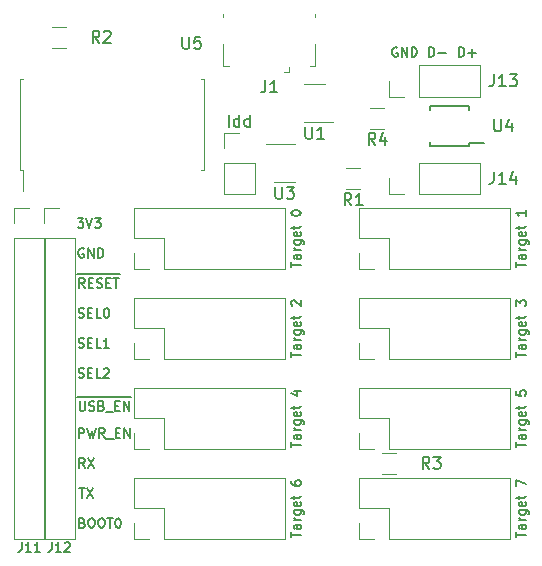
<source format=gbr>
G04 #@! TF.GenerationSoftware,KiCad,Pcbnew,5.1.5*
G04 #@! TF.CreationDate,2020-05-18T04:02:55+03:00*
G04 #@! TF.ProjectId,usb-tester,7573622d-7465-4737-9465-722e6b696361,rev?*
G04 #@! TF.SameCoordinates,Original*
G04 #@! TF.FileFunction,Legend,Top*
G04 #@! TF.FilePolarity,Positive*
%FSLAX46Y46*%
G04 Gerber Fmt 4.6, Leading zero omitted, Abs format (unit mm)*
G04 Created by KiCad (PCBNEW 5.1.5) date 2020-05-18 04:02:55*
%MOMM*%
%LPD*%
G04 APERTURE LIST*
%ADD10C,0.150000*%
%ADD11C,0.120000*%
G04 APERTURE END LIST*
D10*
X127819238Y-62083904D02*
X127819238Y-61283904D01*
X128009714Y-61283904D01*
X128124000Y-61322000D01*
X128200190Y-61398190D01*
X128238285Y-61474380D01*
X128276380Y-61626761D01*
X128276380Y-61741047D01*
X128238285Y-61893428D01*
X128200190Y-61969619D01*
X128124000Y-62045809D01*
X128009714Y-62083904D01*
X127819238Y-62083904D01*
X128619238Y-61779142D02*
X129228761Y-61779142D01*
X128924000Y-62083904D02*
X128924000Y-61474380D01*
X125279238Y-62083904D02*
X125279238Y-61283904D01*
X125469714Y-61283904D01*
X125584000Y-61322000D01*
X125660190Y-61398190D01*
X125698285Y-61474380D01*
X125736380Y-61626761D01*
X125736380Y-61741047D01*
X125698285Y-61893428D01*
X125660190Y-61969619D01*
X125584000Y-62045809D01*
X125469714Y-62083904D01*
X125279238Y-62083904D01*
X126079238Y-61779142D02*
X126688761Y-61779142D01*
X122580476Y-61322000D02*
X122504285Y-61283904D01*
X122390000Y-61283904D01*
X122275714Y-61322000D01*
X122199523Y-61398190D01*
X122161428Y-61474380D01*
X122123333Y-61626761D01*
X122123333Y-61741047D01*
X122161428Y-61893428D01*
X122199523Y-61969619D01*
X122275714Y-62045809D01*
X122390000Y-62083904D01*
X122466190Y-62083904D01*
X122580476Y-62045809D01*
X122618571Y-62007714D01*
X122618571Y-61741047D01*
X122466190Y-61741047D01*
X122961428Y-62083904D02*
X122961428Y-61283904D01*
X123418571Y-62083904D01*
X123418571Y-61283904D01*
X123799523Y-62083904D02*
X123799523Y-61283904D01*
X123990000Y-61283904D01*
X124104285Y-61322000D01*
X124180476Y-61398190D01*
X124218571Y-61474380D01*
X124256666Y-61626761D01*
X124256666Y-61741047D01*
X124218571Y-61893428D01*
X124180476Y-61969619D01*
X124104285Y-62045809D01*
X123990000Y-62083904D01*
X123799523Y-62083904D01*
X95942333Y-101542857D02*
X96056619Y-101580952D01*
X96094714Y-101619047D01*
X96132809Y-101695238D01*
X96132809Y-101809523D01*
X96094714Y-101885714D01*
X96056619Y-101923809D01*
X95980428Y-101961904D01*
X95675666Y-101961904D01*
X95675666Y-101161904D01*
X95942333Y-101161904D01*
X96018523Y-101200000D01*
X96056619Y-101238095D01*
X96094714Y-101314285D01*
X96094714Y-101390476D01*
X96056619Y-101466666D01*
X96018523Y-101504761D01*
X95942333Y-101542857D01*
X95675666Y-101542857D01*
X96628047Y-101161904D02*
X96780428Y-101161904D01*
X96856619Y-101200000D01*
X96932809Y-101276190D01*
X96970904Y-101428571D01*
X96970904Y-101695238D01*
X96932809Y-101847619D01*
X96856619Y-101923809D01*
X96780428Y-101961904D01*
X96628047Y-101961904D01*
X96551857Y-101923809D01*
X96475666Y-101847619D01*
X96437571Y-101695238D01*
X96437571Y-101428571D01*
X96475666Y-101276190D01*
X96551857Y-101200000D01*
X96628047Y-101161904D01*
X97466142Y-101161904D02*
X97618523Y-101161904D01*
X97694714Y-101200000D01*
X97770904Y-101276190D01*
X97809000Y-101428571D01*
X97809000Y-101695238D01*
X97770904Y-101847619D01*
X97694714Y-101923809D01*
X97618523Y-101961904D01*
X97466142Y-101961904D01*
X97389952Y-101923809D01*
X97313761Y-101847619D01*
X97275666Y-101695238D01*
X97275666Y-101428571D01*
X97313761Y-101276190D01*
X97389952Y-101200000D01*
X97466142Y-101161904D01*
X98037571Y-101161904D02*
X98494714Y-101161904D01*
X98266142Y-101961904D02*
X98266142Y-101161904D01*
X98913761Y-101161904D02*
X98989952Y-101161904D01*
X99066142Y-101200000D01*
X99104238Y-101238095D01*
X99142333Y-101314285D01*
X99180428Y-101466666D01*
X99180428Y-101657142D01*
X99142333Y-101809523D01*
X99104238Y-101885714D01*
X99066142Y-101923809D01*
X98989952Y-101961904D01*
X98913761Y-101961904D01*
X98837571Y-101923809D01*
X98799476Y-101885714D01*
X98761380Y-101809523D01*
X98723285Y-101657142D01*
X98723285Y-101466666D01*
X98761380Y-101314285D01*
X98799476Y-101238095D01*
X98837571Y-101200000D01*
X98913761Y-101161904D01*
X95529523Y-75761904D02*
X96024761Y-75761904D01*
X95758095Y-76066666D01*
X95872380Y-76066666D01*
X95948571Y-76104761D01*
X95986666Y-76142857D01*
X96024761Y-76219047D01*
X96024761Y-76409523D01*
X95986666Y-76485714D01*
X95948571Y-76523809D01*
X95872380Y-76561904D01*
X95643809Y-76561904D01*
X95567619Y-76523809D01*
X95529523Y-76485714D01*
X96253333Y-75761904D02*
X96520000Y-76561904D01*
X96786666Y-75761904D01*
X96977142Y-75761904D02*
X97472380Y-75761904D01*
X97205714Y-76066666D01*
X97320000Y-76066666D01*
X97396190Y-76104761D01*
X97434285Y-76142857D01*
X97472380Y-76219047D01*
X97472380Y-76409523D01*
X97434285Y-76485714D01*
X97396190Y-76523809D01*
X97320000Y-76561904D01*
X97091428Y-76561904D01*
X97015238Y-76523809D01*
X96977142Y-76485714D01*
X96037476Y-78340000D02*
X95961285Y-78301904D01*
X95847000Y-78301904D01*
X95732714Y-78340000D01*
X95656523Y-78416190D01*
X95618428Y-78492380D01*
X95580333Y-78644761D01*
X95580333Y-78759047D01*
X95618428Y-78911428D01*
X95656523Y-78987619D01*
X95732714Y-79063809D01*
X95847000Y-79101904D01*
X95923190Y-79101904D01*
X96037476Y-79063809D01*
X96075571Y-79025714D01*
X96075571Y-78759047D01*
X95923190Y-78759047D01*
X96418428Y-79101904D02*
X96418428Y-78301904D01*
X96875571Y-79101904D01*
X96875571Y-78301904D01*
X97256523Y-79101904D02*
X97256523Y-78301904D01*
X97447000Y-78301904D01*
X97561285Y-78340000D01*
X97637476Y-78416190D01*
X97675571Y-78492380D01*
X97713666Y-78644761D01*
X97713666Y-78759047D01*
X97675571Y-78911428D01*
X97637476Y-78987619D01*
X97561285Y-79063809D01*
X97447000Y-79101904D01*
X97256523Y-79101904D01*
X95472476Y-80509000D02*
X96272476Y-80509000D01*
X96120095Y-81641904D02*
X95853428Y-81260952D01*
X95662952Y-81641904D02*
X95662952Y-80841904D01*
X95967714Y-80841904D01*
X96043904Y-80880000D01*
X96082000Y-80918095D01*
X96120095Y-80994285D01*
X96120095Y-81108571D01*
X96082000Y-81184761D01*
X96043904Y-81222857D01*
X95967714Y-81260952D01*
X95662952Y-81260952D01*
X96272476Y-80509000D02*
X96996285Y-80509000D01*
X96462952Y-81222857D02*
X96729619Y-81222857D01*
X96843904Y-81641904D02*
X96462952Y-81641904D01*
X96462952Y-80841904D01*
X96843904Y-80841904D01*
X96996285Y-80509000D02*
X97758190Y-80509000D01*
X97148666Y-81603809D02*
X97262952Y-81641904D01*
X97453428Y-81641904D01*
X97529619Y-81603809D01*
X97567714Y-81565714D01*
X97605809Y-81489523D01*
X97605809Y-81413333D01*
X97567714Y-81337142D01*
X97529619Y-81299047D01*
X97453428Y-81260952D01*
X97301047Y-81222857D01*
X97224857Y-81184761D01*
X97186761Y-81146666D01*
X97148666Y-81070476D01*
X97148666Y-80994285D01*
X97186761Y-80918095D01*
X97224857Y-80880000D01*
X97301047Y-80841904D01*
X97491523Y-80841904D01*
X97605809Y-80880000D01*
X97758190Y-80509000D02*
X98482000Y-80509000D01*
X97948666Y-81222857D02*
X98215333Y-81222857D01*
X98329619Y-81641904D02*
X97948666Y-81641904D01*
X97948666Y-80841904D01*
X98329619Y-80841904D01*
X98482000Y-80509000D02*
X99091523Y-80509000D01*
X98558190Y-80841904D02*
X99015333Y-80841904D01*
X98786761Y-81641904D02*
X98786761Y-80841904D01*
X95605761Y-84143809D02*
X95720047Y-84181904D01*
X95910523Y-84181904D01*
X95986714Y-84143809D01*
X96024809Y-84105714D01*
X96062904Y-84029523D01*
X96062904Y-83953333D01*
X96024809Y-83877142D01*
X95986714Y-83839047D01*
X95910523Y-83800952D01*
X95758142Y-83762857D01*
X95681952Y-83724761D01*
X95643857Y-83686666D01*
X95605761Y-83610476D01*
X95605761Y-83534285D01*
X95643857Y-83458095D01*
X95681952Y-83420000D01*
X95758142Y-83381904D01*
X95948619Y-83381904D01*
X96062904Y-83420000D01*
X96405761Y-83762857D02*
X96672428Y-83762857D01*
X96786714Y-84181904D02*
X96405761Y-84181904D01*
X96405761Y-83381904D01*
X96786714Y-83381904D01*
X97510523Y-84181904D02*
X97129571Y-84181904D01*
X97129571Y-83381904D01*
X97929571Y-83381904D02*
X98005761Y-83381904D01*
X98081952Y-83420000D01*
X98120047Y-83458095D01*
X98158142Y-83534285D01*
X98196238Y-83686666D01*
X98196238Y-83877142D01*
X98158142Y-84029523D01*
X98120047Y-84105714D01*
X98081952Y-84143809D01*
X98005761Y-84181904D01*
X97929571Y-84181904D01*
X97853380Y-84143809D01*
X97815285Y-84105714D01*
X97777190Y-84029523D01*
X97739095Y-83877142D01*
X97739095Y-83686666D01*
X97777190Y-83534285D01*
X97815285Y-83458095D01*
X97853380Y-83420000D01*
X97929571Y-83381904D01*
X95605761Y-86683809D02*
X95720047Y-86721904D01*
X95910523Y-86721904D01*
X95986714Y-86683809D01*
X96024809Y-86645714D01*
X96062904Y-86569523D01*
X96062904Y-86493333D01*
X96024809Y-86417142D01*
X95986714Y-86379047D01*
X95910523Y-86340952D01*
X95758142Y-86302857D01*
X95681952Y-86264761D01*
X95643857Y-86226666D01*
X95605761Y-86150476D01*
X95605761Y-86074285D01*
X95643857Y-85998095D01*
X95681952Y-85960000D01*
X95758142Y-85921904D01*
X95948619Y-85921904D01*
X96062904Y-85960000D01*
X96405761Y-86302857D02*
X96672428Y-86302857D01*
X96786714Y-86721904D02*
X96405761Y-86721904D01*
X96405761Y-85921904D01*
X96786714Y-85921904D01*
X97510523Y-86721904D02*
X97129571Y-86721904D01*
X97129571Y-85921904D01*
X98196238Y-86721904D02*
X97739095Y-86721904D01*
X97967666Y-86721904D02*
X97967666Y-85921904D01*
X97891476Y-86036190D01*
X97815285Y-86112380D01*
X97739095Y-86150476D01*
X95605761Y-89223809D02*
X95720047Y-89261904D01*
X95910523Y-89261904D01*
X95986714Y-89223809D01*
X96024809Y-89185714D01*
X96062904Y-89109523D01*
X96062904Y-89033333D01*
X96024809Y-88957142D01*
X95986714Y-88919047D01*
X95910523Y-88880952D01*
X95758142Y-88842857D01*
X95681952Y-88804761D01*
X95643857Y-88766666D01*
X95605761Y-88690476D01*
X95605761Y-88614285D01*
X95643857Y-88538095D01*
X95681952Y-88500000D01*
X95758142Y-88461904D01*
X95948619Y-88461904D01*
X96062904Y-88500000D01*
X96405761Y-88842857D02*
X96672428Y-88842857D01*
X96786714Y-89261904D02*
X96405761Y-89261904D01*
X96405761Y-88461904D01*
X96786714Y-88461904D01*
X97510523Y-89261904D02*
X97129571Y-89261904D01*
X97129571Y-88461904D01*
X97739095Y-88538095D02*
X97777190Y-88500000D01*
X97853380Y-88461904D01*
X98043857Y-88461904D01*
X98120047Y-88500000D01*
X98158142Y-88538095D01*
X98196238Y-88614285D01*
X98196238Y-88690476D01*
X98158142Y-88804761D01*
X97701000Y-89261904D01*
X98196238Y-89261904D01*
X95504285Y-90923000D02*
X96342380Y-90923000D01*
X95694761Y-91255904D02*
X95694761Y-91903523D01*
X95732857Y-91979714D01*
X95770952Y-92017809D01*
X95847142Y-92055904D01*
X95999523Y-92055904D01*
X96075714Y-92017809D01*
X96113809Y-91979714D01*
X96151904Y-91903523D01*
X96151904Y-91255904D01*
X96342380Y-90923000D02*
X97104285Y-90923000D01*
X96494761Y-92017809D02*
X96609047Y-92055904D01*
X96799523Y-92055904D01*
X96875714Y-92017809D01*
X96913809Y-91979714D01*
X96951904Y-91903523D01*
X96951904Y-91827333D01*
X96913809Y-91751142D01*
X96875714Y-91713047D01*
X96799523Y-91674952D01*
X96647142Y-91636857D01*
X96570952Y-91598761D01*
X96532857Y-91560666D01*
X96494761Y-91484476D01*
X96494761Y-91408285D01*
X96532857Y-91332095D01*
X96570952Y-91294000D01*
X96647142Y-91255904D01*
X96837619Y-91255904D01*
X96951904Y-91294000D01*
X97104285Y-90923000D02*
X97904285Y-90923000D01*
X97561428Y-91636857D02*
X97675714Y-91674952D01*
X97713809Y-91713047D01*
X97751904Y-91789238D01*
X97751904Y-91903523D01*
X97713809Y-91979714D01*
X97675714Y-92017809D01*
X97599523Y-92055904D01*
X97294761Y-92055904D01*
X97294761Y-91255904D01*
X97561428Y-91255904D01*
X97637619Y-91294000D01*
X97675714Y-91332095D01*
X97713809Y-91408285D01*
X97713809Y-91484476D01*
X97675714Y-91560666D01*
X97637619Y-91598761D01*
X97561428Y-91636857D01*
X97294761Y-91636857D01*
X97904285Y-90923000D02*
X98513809Y-90923000D01*
X97904285Y-92132095D02*
X98513809Y-92132095D01*
X98513809Y-90923000D02*
X99237619Y-90923000D01*
X98704285Y-91636857D02*
X98970952Y-91636857D01*
X99085238Y-92055904D02*
X98704285Y-92055904D01*
X98704285Y-91255904D01*
X99085238Y-91255904D01*
X99237619Y-90923000D02*
X100075714Y-90923000D01*
X99428095Y-92055904D02*
X99428095Y-91255904D01*
X99885238Y-92055904D01*
X99885238Y-91255904D01*
X95656476Y-98621904D02*
X96113619Y-98621904D01*
X95885047Y-99421904D02*
X95885047Y-98621904D01*
X96304095Y-98621904D02*
X96837428Y-99421904D01*
X96837428Y-98621904D02*
X96304095Y-99421904D01*
X96132666Y-96881904D02*
X95866000Y-96500952D01*
X95675523Y-96881904D02*
X95675523Y-96081904D01*
X95980285Y-96081904D01*
X96056476Y-96120000D01*
X96094571Y-96158095D01*
X96132666Y-96234285D01*
X96132666Y-96348571D01*
X96094571Y-96424761D01*
X96056476Y-96462857D01*
X95980285Y-96500952D01*
X95675523Y-96500952D01*
X96399333Y-96081904D02*
X96932666Y-96881904D01*
X96932666Y-96081904D02*
X96399333Y-96881904D01*
X95637619Y-94341904D02*
X95637619Y-93541904D01*
X95942380Y-93541904D01*
X96018571Y-93580000D01*
X96056666Y-93618095D01*
X96094761Y-93694285D01*
X96094761Y-93808571D01*
X96056666Y-93884761D01*
X96018571Y-93922857D01*
X95942380Y-93960952D01*
X95637619Y-93960952D01*
X96361428Y-93541904D02*
X96551904Y-94341904D01*
X96704285Y-93770476D01*
X96856666Y-94341904D01*
X97047142Y-93541904D01*
X97809047Y-94341904D02*
X97542380Y-93960952D01*
X97351904Y-94341904D02*
X97351904Y-93541904D01*
X97656666Y-93541904D01*
X97732857Y-93580000D01*
X97770952Y-93618095D01*
X97809047Y-93694285D01*
X97809047Y-93808571D01*
X97770952Y-93884761D01*
X97732857Y-93922857D01*
X97656666Y-93960952D01*
X97351904Y-93960952D01*
X97961428Y-94418095D02*
X98570952Y-94418095D01*
X98761428Y-93922857D02*
X99028095Y-93922857D01*
X99142380Y-94341904D02*
X98761428Y-94341904D01*
X98761428Y-93541904D01*
X99142380Y-93541904D01*
X99485238Y-94341904D02*
X99485238Y-93541904D01*
X99942380Y-94341904D01*
X99942380Y-93541904D01*
D11*
X119320000Y-78740000D02*
X119320000Y-80070000D01*
X119320000Y-80070000D02*
X120650000Y-80070000D01*
X119320000Y-77470000D02*
X121920000Y-77470000D01*
X121920000Y-77470000D02*
X121920000Y-80070000D01*
X121920000Y-80070000D02*
X132140000Y-80070000D01*
X132140000Y-74870000D02*
X132140000Y-80070000D01*
X119320000Y-74870000D02*
X132140000Y-74870000D01*
X119320000Y-74870000D02*
X119320000Y-77470000D01*
X119320000Y-101600000D02*
X119320000Y-102930000D01*
X119320000Y-102930000D02*
X120650000Y-102930000D01*
X119320000Y-100330000D02*
X121920000Y-100330000D01*
X121920000Y-100330000D02*
X121920000Y-102930000D01*
X121920000Y-102930000D02*
X132140000Y-102930000D01*
X132140000Y-97730000D02*
X132140000Y-102930000D01*
X119320000Y-97730000D02*
X132140000Y-97730000D01*
X119320000Y-97730000D02*
X119320000Y-100330000D01*
X119320000Y-93980000D02*
X119320000Y-95310000D01*
X119320000Y-95310000D02*
X120650000Y-95310000D01*
X119320000Y-92710000D02*
X121920000Y-92710000D01*
X121920000Y-92710000D02*
X121920000Y-95310000D01*
X121920000Y-95310000D02*
X132140000Y-95310000D01*
X132140000Y-90110000D02*
X132140000Y-95310000D01*
X119320000Y-90110000D02*
X132140000Y-90110000D01*
X119320000Y-90110000D02*
X119320000Y-92710000D01*
X119320000Y-86360000D02*
X119320000Y-87690000D01*
X119320000Y-87690000D02*
X120650000Y-87690000D01*
X119320000Y-85090000D02*
X121920000Y-85090000D01*
X121920000Y-85090000D02*
X121920000Y-87690000D01*
X121920000Y-87690000D02*
X132140000Y-87690000D01*
X132140000Y-82490000D02*
X132140000Y-87690000D01*
X119320000Y-82490000D02*
X132140000Y-82490000D01*
X119320000Y-82490000D02*
X119320000Y-85090000D01*
X100270000Y-101600000D02*
X100270000Y-102930000D01*
X100270000Y-102930000D02*
X101600000Y-102930000D01*
X100270000Y-100330000D02*
X102870000Y-100330000D01*
X102870000Y-100330000D02*
X102870000Y-102930000D01*
X102870000Y-102930000D02*
X113090000Y-102930000D01*
X113090000Y-97730000D02*
X113090000Y-102930000D01*
X100270000Y-97730000D02*
X113090000Y-97730000D01*
X100270000Y-97730000D02*
X100270000Y-100330000D01*
X100270000Y-93980000D02*
X100270000Y-95310000D01*
X100270000Y-95310000D02*
X101600000Y-95310000D01*
X100270000Y-92710000D02*
X102870000Y-92710000D01*
X102870000Y-92710000D02*
X102870000Y-95310000D01*
X102870000Y-95310000D02*
X113090000Y-95310000D01*
X113090000Y-90110000D02*
X113090000Y-95310000D01*
X100270000Y-90110000D02*
X113090000Y-90110000D01*
X100270000Y-90110000D02*
X100270000Y-92710000D01*
X100270000Y-78740000D02*
X100270000Y-80070000D01*
X100270000Y-80070000D02*
X101600000Y-80070000D01*
X100270000Y-77470000D02*
X102870000Y-77470000D01*
X102870000Y-77470000D02*
X102870000Y-80070000D01*
X102870000Y-80070000D02*
X113090000Y-80070000D01*
X113090000Y-74870000D02*
X113090000Y-80070000D01*
X100270000Y-74870000D02*
X113090000Y-74870000D01*
X100270000Y-74870000D02*
X100270000Y-77470000D01*
X100270000Y-86360000D02*
X100270000Y-87690000D01*
X100270000Y-87690000D02*
X101600000Y-87690000D01*
X100270000Y-85090000D02*
X102870000Y-85090000D01*
X102870000Y-85090000D02*
X102870000Y-87690000D01*
X102870000Y-87690000D02*
X113090000Y-87690000D01*
X113090000Y-82490000D02*
X113090000Y-87690000D01*
X100270000Y-82490000D02*
X113090000Y-82490000D01*
X100270000Y-82490000D02*
X100270000Y-85090000D01*
X90880000Y-71678000D02*
X90880000Y-73493000D01*
X90615000Y-71678000D02*
X90880000Y-71678000D01*
X90615000Y-67818000D02*
X90615000Y-71678000D01*
X90615000Y-63958000D02*
X90880000Y-63958000D01*
X90615000Y-67818000D02*
X90615000Y-63958000D01*
X106235000Y-71678000D02*
X105970000Y-71678000D01*
X106235000Y-67818000D02*
X106235000Y-71678000D01*
X106235000Y-63958000D02*
X105970000Y-63958000D01*
X106235000Y-67818000D02*
X106235000Y-63958000D01*
X107890000Y-68520000D02*
X109220000Y-68520000D01*
X107890000Y-69850000D02*
X107890000Y-68520000D01*
X107890000Y-71120000D02*
X110550000Y-71120000D01*
X110550000Y-71120000D02*
X110550000Y-73720000D01*
X107890000Y-71120000D02*
X107890000Y-73720000D01*
X107890000Y-73720000D02*
X110550000Y-73720000D01*
D10*
X128675000Y-69395000D02*
X129900000Y-69395000D01*
X128675000Y-66270000D02*
X125325000Y-66270000D01*
X128675000Y-69620000D02*
X125325000Y-69620000D01*
X128675000Y-66270000D02*
X128675000Y-66570000D01*
X125325000Y-66270000D02*
X125325000Y-66570000D01*
X125325000Y-69620000D02*
X125325000Y-69320000D01*
X128675000Y-69620000D02*
X128675000Y-69395000D01*
D11*
X113930000Y-69510000D02*
X111480000Y-69510000D01*
X112130000Y-72730000D02*
X113930000Y-72730000D01*
X114670000Y-67650000D02*
X117120000Y-67650000D01*
X116470000Y-64430000D02*
X114670000Y-64430000D01*
X120301936Y-68220000D02*
X121506064Y-68220000D01*
X120301936Y-66400000D02*
X121506064Y-66400000D01*
X121317936Y-97430000D02*
X122522064Y-97430000D01*
X121317936Y-95610000D02*
X122522064Y-95610000D01*
X94582064Y-59542000D02*
X93377936Y-59542000D01*
X94582064Y-61362000D02*
X93377936Y-61362000D01*
X119474064Y-71480000D02*
X118269936Y-71480000D01*
X119474064Y-73300000D02*
X118269936Y-73300000D01*
X121860000Y-73720000D02*
X121860000Y-72390000D01*
X123190000Y-73720000D02*
X121860000Y-73720000D01*
X124460000Y-73720000D02*
X124460000Y-71060000D01*
X124460000Y-71060000D02*
X129600000Y-71060000D01*
X124460000Y-73720000D02*
X129600000Y-73720000D01*
X129600000Y-73720000D02*
X129600000Y-71060000D01*
X121860000Y-65465000D02*
X121860000Y-64135000D01*
X123190000Y-65465000D02*
X121860000Y-65465000D01*
X124460000Y-65465000D02*
X124460000Y-62805000D01*
X124460000Y-62805000D02*
X129600000Y-62805000D01*
X124460000Y-65465000D02*
X129600000Y-65465000D01*
X129600000Y-65465000D02*
X129600000Y-62805000D01*
X92650000Y-74870000D02*
X93980000Y-74870000D01*
X92650000Y-76200000D02*
X92650000Y-74870000D01*
X92650000Y-77470000D02*
X95310000Y-77470000D01*
X95310000Y-77470000D02*
X95310000Y-102930000D01*
X92650000Y-77470000D02*
X92650000Y-102930000D01*
X92650000Y-102930000D02*
X95310000Y-102930000D01*
X90110000Y-74870000D02*
X91440000Y-74870000D01*
X90110000Y-76200000D02*
X90110000Y-74870000D01*
X90110000Y-77470000D02*
X92770000Y-77470000D01*
X92770000Y-77470000D02*
X92770000Y-102930000D01*
X90110000Y-77470000D02*
X90110000Y-102930000D01*
X90110000Y-102930000D02*
X92770000Y-102930000D01*
X113460000Y-63399500D02*
X113460000Y-62949500D01*
X113460000Y-63399500D02*
X113010000Y-63399500D01*
X107860000Y-62849500D02*
X108310000Y-62849500D01*
X107860000Y-60999500D02*
X107860000Y-62849500D01*
X115660000Y-58449500D02*
X115660000Y-58699500D01*
X107860000Y-58449500D02*
X107860000Y-58699500D01*
X115660000Y-60999500D02*
X115660000Y-62849500D01*
X115660000Y-62849500D02*
X115210000Y-62849500D01*
D10*
X132657904Y-79927142D02*
X132657904Y-79470000D01*
X133457904Y-79698571D02*
X132657904Y-79698571D01*
X133457904Y-78860476D02*
X133038857Y-78860476D01*
X132962666Y-78898571D01*
X132924571Y-78974761D01*
X132924571Y-79127142D01*
X132962666Y-79203333D01*
X133419809Y-78860476D02*
X133457904Y-78936666D01*
X133457904Y-79127142D01*
X133419809Y-79203333D01*
X133343619Y-79241428D01*
X133267428Y-79241428D01*
X133191238Y-79203333D01*
X133153142Y-79127142D01*
X133153142Y-78936666D01*
X133115047Y-78860476D01*
X133457904Y-78479523D02*
X132924571Y-78479523D01*
X133076952Y-78479523D02*
X133000761Y-78441428D01*
X132962666Y-78403333D01*
X132924571Y-78327142D01*
X132924571Y-78250952D01*
X132924571Y-77641428D02*
X133572190Y-77641428D01*
X133648380Y-77679523D01*
X133686476Y-77717619D01*
X133724571Y-77793809D01*
X133724571Y-77908095D01*
X133686476Y-77984285D01*
X133419809Y-77641428D02*
X133457904Y-77717619D01*
X133457904Y-77870000D01*
X133419809Y-77946190D01*
X133381714Y-77984285D01*
X133305523Y-78022380D01*
X133076952Y-78022380D01*
X133000761Y-77984285D01*
X132962666Y-77946190D01*
X132924571Y-77870000D01*
X132924571Y-77717619D01*
X132962666Y-77641428D01*
X133419809Y-76955714D02*
X133457904Y-77031904D01*
X133457904Y-77184285D01*
X133419809Y-77260476D01*
X133343619Y-77298571D01*
X133038857Y-77298571D01*
X132962666Y-77260476D01*
X132924571Y-77184285D01*
X132924571Y-77031904D01*
X132962666Y-76955714D01*
X133038857Y-76917619D01*
X133115047Y-76917619D01*
X133191238Y-77298571D01*
X132924571Y-76689047D02*
X132924571Y-76384285D01*
X132657904Y-76574761D02*
X133343619Y-76574761D01*
X133419809Y-76536666D01*
X133457904Y-76460476D01*
X133457904Y-76384285D01*
X133457904Y-75089047D02*
X133457904Y-75546190D01*
X133457904Y-75317619D02*
X132657904Y-75317619D01*
X132772190Y-75393809D01*
X132848380Y-75470000D01*
X132886476Y-75546190D01*
X132657904Y-102787142D02*
X132657904Y-102330000D01*
X133457904Y-102558571D02*
X132657904Y-102558571D01*
X133457904Y-101720476D02*
X133038857Y-101720476D01*
X132962666Y-101758571D01*
X132924571Y-101834761D01*
X132924571Y-101987142D01*
X132962666Y-102063333D01*
X133419809Y-101720476D02*
X133457904Y-101796666D01*
X133457904Y-101987142D01*
X133419809Y-102063333D01*
X133343619Y-102101428D01*
X133267428Y-102101428D01*
X133191238Y-102063333D01*
X133153142Y-101987142D01*
X133153142Y-101796666D01*
X133115047Y-101720476D01*
X133457904Y-101339523D02*
X132924571Y-101339523D01*
X133076952Y-101339523D02*
X133000761Y-101301428D01*
X132962666Y-101263333D01*
X132924571Y-101187142D01*
X132924571Y-101110952D01*
X132924571Y-100501428D02*
X133572190Y-100501428D01*
X133648380Y-100539523D01*
X133686476Y-100577619D01*
X133724571Y-100653809D01*
X133724571Y-100768095D01*
X133686476Y-100844285D01*
X133419809Y-100501428D02*
X133457904Y-100577619D01*
X133457904Y-100730000D01*
X133419809Y-100806190D01*
X133381714Y-100844285D01*
X133305523Y-100882380D01*
X133076952Y-100882380D01*
X133000761Y-100844285D01*
X132962666Y-100806190D01*
X132924571Y-100730000D01*
X132924571Y-100577619D01*
X132962666Y-100501428D01*
X133419809Y-99815714D02*
X133457904Y-99891904D01*
X133457904Y-100044285D01*
X133419809Y-100120476D01*
X133343619Y-100158571D01*
X133038857Y-100158571D01*
X132962666Y-100120476D01*
X132924571Y-100044285D01*
X132924571Y-99891904D01*
X132962666Y-99815714D01*
X133038857Y-99777619D01*
X133115047Y-99777619D01*
X133191238Y-100158571D01*
X132924571Y-99549047D02*
X132924571Y-99244285D01*
X132657904Y-99434761D02*
X133343619Y-99434761D01*
X133419809Y-99396666D01*
X133457904Y-99320476D01*
X133457904Y-99244285D01*
X132657904Y-98444285D02*
X132657904Y-97910952D01*
X133457904Y-98253809D01*
X132657904Y-95167142D02*
X132657904Y-94710000D01*
X133457904Y-94938571D02*
X132657904Y-94938571D01*
X133457904Y-94100476D02*
X133038857Y-94100476D01*
X132962666Y-94138571D01*
X132924571Y-94214761D01*
X132924571Y-94367142D01*
X132962666Y-94443333D01*
X133419809Y-94100476D02*
X133457904Y-94176666D01*
X133457904Y-94367142D01*
X133419809Y-94443333D01*
X133343619Y-94481428D01*
X133267428Y-94481428D01*
X133191238Y-94443333D01*
X133153142Y-94367142D01*
X133153142Y-94176666D01*
X133115047Y-94100476D01*
X133457904Y-93719523D02*
X132924571Y-93719523D01*
X133076952Y-93719523D02*
X133000761Y-93681428D01*
X132962666Y-93643333D01*
X132924571Y-93567142D01*
X132924571Y-93490952D01*
X132924571Y-92881428D02*
X133572190Y-92881428D01*
X133648380Y-92919523D01*
X133686476Y-92957619D01*
X133724571Y-93033809D01*
X133724571Y-93148095D01*
X133686476Y-93224285D01*
X133419809Y-92881428D02*
X133457904Y-92957619D01*
X133457904Y-93110000D01*
X133419809Y-93186190D01*
X133381714Y-93224285D01*
X133305523Y-93262380D01*
X133076952Y-93262380D01*
X133000761Y-93224285D01*
X132962666Y-93186190D01*
X132924571Y-93110000D01*
X132924571Y-92957619D01*
X132962666Y-92881428D01*
X133419809Y-92195714D02*
X133457904Y-92271904D01*
X133457904Y-92424285D01*
X133419809Y-92500476D01*
X133343619Y-92538571D01*
X133038857Y-92538571D01*
X132962666Y-92500476D01*
X132924571Y-92424285D01*
X132924571Y-92271904D01*
X132962666Y-92195714D01*
X133038857Y-92157619D01*
X133115047Y-92157619D01*
X133191238Y-92538571D01*
X132924571Y-91929047D02*
X132924571Y-91624285D01*
X132657904Y-91814761D02*
X133343619Y-91814761D01*
X133419809Y-91776666D01*
X133457904Y-91700476D01*
X133457904Y-91624285D01*
X132657904Y-90367142D02*
X132657904Y-90748095D01*
X133038857Y-90786190D01*
X133000761Y-90748095D01*
X132962666Y-90671904D01*
X132962666Y-90481428D01*
X133000761Y-90405238D01*
X133038857Y-90367142D01*
X133115047Y-90329047D01*
X133305523Y-90329047D01*
X133381714Y-90367142D01*
X133419809Y-90405238D01*
X133457904Y-90481428D01*
X133457904Y-90671904D01*
X133419809Y-90748095D01*
X133381714Y-90786190D01*
X132657904Y-87547142D02*
X132657904Y-87090000D01*
X133457904Y-87318571D02*
X132657904Y-87318571D01*
X133457904Y-86480476D02*
X133038857Y-86480476D01*
X132962666Y-86518571D01*
X132924571Y-86594761D01*
X132924571Y-86747142D01*
X132962666Y-86823333D01*
X133419809Y-86480476D02*
X133457904Y-86556666D01*
X133457904Y-86747142D01*
X133419809Y-86823333D01*
X133343619Y-86861428D01*
X133267428Y-86861428D01*
X133191238Y-86823333D01*
X133153142Y-86747142D01*
X133153142Y-86556666D01*
X133115047Y-86480476D01*
X133457904Y-86099523D02*
X132924571Y-86099523D01*
X133076952Y-86099523D02*
X133000761Y-86061428D01*
X132962666Y-86023333D01*
X132924571Y-85947142D01*
X132924571Y-85870952D01*
X132924571Y-85261428D02*
X133572190Y-85261428D01*
X133648380Y-85299523D01*
X133686476Y-85337619D01*
X133724571Y-85413809D01*
X133724571Y-85528095D01*
X133686476Y-85604285D01*
X133419809Y-85261428D02*
X133457904Y-85337619D01*
X133457904Y-85490000D01*
X133419809Y-85566190D01*
X133381714Y-85604285D01*
X133305523Y-85642380D01*
X133076952Y-85642380D01*
X133000761Y-85604285D01*
X132962666Y-85566190D01*
X132924571Y-85490000D01*
X132924571Y-85337619D01*
X132962666Y-85261428D01*
X133419809Y-84575714D02*
X133457904Y-84651904D01*
X133457904Y-84804285D01*
X133419809Y-84880476D01*
X133343619Y-84918571D01*
X133038857Y-84918571D01*
X132962666Y-84880476D01*
X132924571Y-84804285D01*
X132924571Y-84651904D01*
X132962666Y-84575714D01*
X133038857Y-84537619D01*
X133115047Y-84537619D01*
X133191238Y-84918571D01*
X132924571Y-84309047D02*
X132924571Y-84004285D01*
X132657904Y-84194761D02*
X133343619Y-84194761D01*
X133419809Y-84156666D01*
X133457904Y-84080476D01*
X133457904Y-84004285D01*
X132657904Y-83204285D02*
X132657904Y-82709047D01*
X132962666Y-82975714D01*
X132962666Y-82861428D01*
X133000761Y-82785238D01*
X133038857Y-82747142D01*
X133115047Y-82709047D01*
X133305523Y-82709047D01*
X133381714Y-82747142D01*
X133419809Y-82785238D01*
X133457904Y-82861428D01*
X133457904Y-83090000D01*
X133419809Y-83166190D01*
X133381714Y-83204285D01*
X113607904Y-102787142D02*
X113607904Y-102330000D01*
X114407904Y-102558571D02*
X113607904Y-102558571D01*
X114407904Y-101720476D02*
X113988857Y-101720476D01*
X113912666Y-101758571D01*
X113874571Y-101834761D01*
X113874571Y-101987142D01*
X113912666Y-102063333D01*
X114369809Y-101720476D02*
X114407904Y-101796666D01*
X114407904Y-101987142D01*
X114369809Y-102063333D01*
X114293619Y-102101428D01*
X114217428Y-102101428D01*
X114141238Y-102063333D01*
X114103142Y-101987142D01*
X114103142Y-101796666D01*
X114065047Y-101720476D01*
X114407904Y-101339523D02*
X113874571Y-101339523D01*
X114026952Y-101339523D02*
X113950761Y-101301428D01*
X113912666Y-101263333D01*
X113874571Y-101187142D01*
X113874571Y-101110952D01*
X113874571Y-100501428D02*
X114522190Y-100501428D01*
X114598380Y-100539523D01*
X114636476Y-100577619D01*
X114674571Y-100653809D01*
X114674571Y-100768095D01*
X114636476Y-100844285D01*
X114369809Y-100501428D02*
X114407904Y-100577619D01*
X114407904Y-100730000D01*
X114369809Y-100806190D01*
X114331714Y-100844285D01*
X114255523Y-100882380D01*
X114026952Y-100882380D01*
X113950761Y-100844285D01*
X113912666Y-100806190D01*
X113874571Y-100730000D01*
X113874571Y-100577619D01*
X113912666Y-100501428D01*
X114369809Y-99815714D02*
X114407904Y-99891904D01*
X114407904Y-100044285D01*
X114369809Y-100120476D01*
X114293619Y-100158571D01*
X113988857Y-100158571D01*
X113912666Y-100120476D01*
X113874571Y-100044285D01*
X113874571Y-99891904D01*
X113912666Y-99815714D01*
X113988857Y-99777619D01*
X114065047Y-99777619D01*
X114141238Y-100158571D01*
X113874571Y-99549047D02*
X113874571Y-99244285D01*
X113607904Y-99434761D02*
X114293619Y-99434761D01*
X114369809Y-99396666D01*
X114407904Y-99320476D01*
X114407904Y-99244285D01*
X113607904Y-98025238D02*
X113607904Y-98177619D01*
X113646000Y-98253809D01*
X113684095Y-98291904D01*
X113798380Y-98368095D01*
X113950761Y-98406190D01*
X114255523Y-98406190D01*
X114331714Y-98368095D01*
X114369809Y-98330000D01*
X114407904Y-98253809D01*
X114407904Y-98101428D01*
X114369809Y-98025238D01*
X114331714Y-97987142D01*
X114255523Y-97949047D01*
X114065047Y-97949047D01*
X113988857Y-97987142D01*
X113950761Y-98025238D01*
X113912666Y-98101428D01*
X113912666Y-98253809D01*
X113950761Y-98330000D01*
X113988857Y-98368095D01*
X114065047Y-98406190D01*
X113607904Y-95167142D02*
X113607904Y-94710000D01*
X114407904Y-94938571D02*
X113607904Y-94938571D01*
X114407904Y-94100476D02*
X113988857Y-94100476D01*
X113912666Y-94138571D01*
X113874571Y-94214761D01*
X113874571Y-94367142D01*
X113912666Y-94443333D01*
X114369809Y-94100476D02*
X114407904Y-94176666D01*
X114407904Y-94367142D01*
X114369809Y-94443333D01*
X114293619Y-94481428D01*
X114217428Y-94481428D01*
X114141238Y-94443333D01*
X114103142Y-94367142D01*
X114103142Y-94176666D01*
X114065047Y-94100476D01*
X114407904Y-93719523D02*
X113874571Y-93719523D01*
X114026952Y-93719523D02*
X113950761Y-93681428D01*
X113912666Y-93643333D01*
X113874571Y-93567142D01*
X113874571Y-93490952D01*
X113874571Y-92881428D02*
X114522190Y-92881428D01*
X114598380Y-92919523D01*
X114636476Y-92957619D01*
X114674571Y-93033809D01*
X114674571Y-93148095D01*
X114636476Y-93224285D01*
X114369809Y-92881428D02*
X114407904Y-92957619D01*
X114407904Y-93110000D01*
X114369809Y-93186190D01*
X114331714Y-93224285D01*
X114255523Y-93262380D01*
X114026952Y-93262380D01*
X113950761Y-93224285D01*
X113912666Y-93186190D01*
X113874571Y-93110000D01*
X113874571Y-92957619D01*
X113912666Y-92881428D01*
X114369809Y-92195714D02*
X114407904Y-92271904D01*
X114407904Y-92424285D01*
X114369809Y-92500476D01*
X114293619Y-92538571D01*
X113988857Y-92538571D01*
X113912666Y-92500476D01*
X113874571Y-92424285D01*
X113874571Y-92271904D01*
X113912666Y-92195714D01*
X113988857Y-92157619D01*
X114065047Y-92157619D01*
X114141238Y-92538571D01*
X113874571Y-91929047D02*
X113874571Y-91624285D01*
X113607904Y-91814761D02*
X114293619Y-91814761D01*
X114369809Y-91776666D01*
X114407904Y-91700476D01*
X114407904Y-91624285D01*
X113874571Y-90405238D02*
X114407904Y-90405238D01*
X113569809Y-90595714D02*
X114141238Y-90786190D01*
X114141238Y-90290952D01*
X113607904Y-79927142D02*
X113607904Y-79470000D01*
X114407904Y-79698571D02*
X113607904Y-79698571D01*
X114407904Y-78860476D02*
X113988857Y-78860476D01*
X113912666Y-78898571D01*
X113874571Y-78974761D01*
X113874571Y-79127142D01*
X113912666Y-79203333D01*
X114369809Y-78860476D02*
X114407904Y-78936666D01*
X114407904Y-79127142D01*
X114369809Y-79203333D01*
X114293619Y-79241428D01*
X114217428Y-79241428D01*
X114141238Y-79203333D01*
X114103142Y-79127142D01*
X114103142Y-78936666D01*
X114065047Y-78860476D01*
X114407904Y-78479523D02*
X113874571Y-78479523D01*
X114026952Y-78479523D02*
X113950761Y-78441428D01*
X113912666Y-78403333D01*
X113874571Y-78327142D01*
X113874571Y-78250952D01*
X113874571Y-77641428D02*
X114522190Y-77641428D01*
X114598380Y-77679523D01*
X114636476Y-77717619D01*
X114674571Y-77793809D01*
X114674571Y-77908095D01*
X114636476Y-77984285D01*
X114369809Y-77641428D02*
X114407904Y-77717619D01*
X114407904Y-77870000D01*
X114369809Y-77946190D01*
X114331714Y-77984285D01*
X114255523Y-78022380D01*
X114026952Y-78022380D01*
X113950761Y-77984285D01*
X113912666Y-77946190D01*
X113874571Y-77870000D01*
X113874571Y-77717619D01*
X113912666Y-77641428D01*
X114369809Y-76955714D02*
X114407904Y-77031904D01*
X114407904Y-77184285D01*
X114369809Y-77260476D01*
X114293619Y-77298571D01*
X113988857Y-77298571D01*
X113912666Y-77260476D01*
X113874571Y-77184285D01*
X113874571Y-77031904D01*
X113912666Y-76955714D01*
X113988857Y-76917619D01*
X114065047Y-76917619D01*
X114141238Y-77298571D01*
X113874571Y-76689047D02*
X113874571Y-76384285D01*
X113607904Y-76574761D02*
X114293619Y-76574761D01*
X114369809Y-76536666D01*
X114407904Y-76460476D01*
X114407904Y-76384285D01*
X113607904Y-75355714D02*
X113607904Y-75279523D01*
X113646000Y-75203333D01*
X113684095Y-75165238D01*
X113760285Y-75127142D01*
X113912666Y-75089047D01*
X114103142Y-75089047D01*
X114255523Y-75127142D01*
X114331714Y-75165238D01*
X114369809Y-75203333D01*
X114407904Y-75279523D01*
X114407904Y-75355714D01*
X114369809Y-75431904D01*
X114331714Y-75470000D01*
X114255523Y-75508095D01*
X114103142Y-75546190D01*
X113912666Y-75546190D01*
X113760285Y-75508095D01*
X113684095Y-75470000D01*
X113646000Y-75431904D01*
X113607904Y-75355714D01*
X113607904Y-87547142D02*
X113607904Y-87090000D01*
X114407904Y-87318571D02*
X113607904Y-87318571D01*
X114407904Y-86480476D02*
X113988857Y-86480476D01*
X113912666Y-86518571D01*
X113874571Y-86594761D01*
X113874571Y-86747142D01*
X113912666Y-86823333D01*
X114369809Y-86480476D02*
X114407904Y-86556666D01*
X114407904Y-86747142D01*
X114369809Y-86823333D01*
X114293619Y-86861428D01*
X114217428Y-86861428D01*
X114141238Y-86823333D01*
X114103142Y-86747142D01*
X114103142Y-86556666D01*
X114065047Y-86480476D01*
X114407904Y-86099523D02*
X113874571Y-86099523D01*
X114026952Y-86099523D02*
X113950761Y-86061428D01*
X113912666Y-86023333D01*
X113874571Y-85947142D01*
X113874571Y-85870952D01*
X113874571Y-85261428D02*
X114522190Y-85261428D01*
X114598380Y-85299523D01*
X114636476Y-85337619D01*
X114674571Y-85413809D01*
X114674571Y-85528095D01*
X114636476Y-85604285D01*
X114369809Y-85261428D02*
X114407904Y-85337619D01*
X114407904Y-85490000D01*
X114369809Y-85566190D01*
X114331714Y-85604285D01*
X114255523Y-85642380D01*
X114026952Y-85642380D01*
X113950761Y-85604285D01*
X113912666Y-85566190D01*
X113874571Y-85490000D01*
X113874571Y-85337619D01*
X113912666Y-85261428D01*
X114369809Y-84575714D02*
X114407904Y-84651904D01*
X114407904Y-84804285D01*
X114369809Y-84880476D01*
X114293619Y-84918571D01*
X113988857Y-84918571D01*
X113912666Y-84880476D01*
X113874571Y-84804285D01*
X113874571Y-84651904D01*
X113912666Y-84575714D01*
X113988857Y-84537619D01*
X114065047Y-84537619D01*
X114141238Y-84918571D01*
X113874571Y-84309047D02*
X113874571Y-84004285D01*
X113607904Y-84194761D02*
X114293619Y-84194761D01*
X114369809Y-84156666D01*
X114407904Y-84080476D01*
X114407904Y-84004285D01*
X113684095Y-83166190D02*
X113646000Y-83128095D01*
X113607904Y-83051904D01*
X113607904Y-82861428D01*
X113646000Y-82785238D01*
X113684095Y-82747142D01*
X113760285Y-82709047D01*
X113836476Y-82709047D01*
X113950761Y-82747142D01*
X114407904Y-83204285D01*
X114407904Y-82709047D01*
X104394095Y-60412380D02*
X104394095Y-61221904D01*
X104441714Y-61317142D01*
X104489333Y-61364761D01*
X104584571Y-61412380D01*
X104775047Y-61412380D01*
X104870285Y-61364761D01*
X104917904Y-61317142D01*
X104965523Y-61221904D01*
X104965523Y-60412380D01*
X105917904Y-60412380D02*
X105441714Y-60412380D01*
X105394095Y-60888571D01*
X105441714Y-60840952D01*
X105536952Y-60793333D01*
X105775047Y-60793333D01*
X105870285Y-60840952D01*
X105917904Y-60888571D01*
X105965523Y-60983809D01*
X105965523Y-61221904D01*
X105917904Y-61317142D01*
X105870285Y-61364761D01*
X105775047Y-61412380D01*
X105536952Y-61412380D01*
X105441714Y-61364761D01*
X105394095Y-61317142D01*
X108315238Y-68016380D02*
X108315238Y-67016380D01*
X109220000Y-68016380D02*
X109220000Y-67016380D01*
X109220000Y-67968761D02*
X109124761Y-68016380D01*
X108934285Y-68016380D01*
X108839047Y-67968761D01*
X108791428Y-67921142D01*
X108743809Y-67825904D01*
X108743809Y-67540190D01*
X108791428Y-67444952D01*
X108839047Y-67397333D01*
X108934285Y-67349714D01*
X109124761Y-67349714D01*
X109220000Y-67397333D01*
X110124761Y-68016380D02*
X110124761Y-67016380D01*
X110124761Y-67968761D02*
X110029523Y-68016380D01*
X109839047Y-68016380D01*
X109743809Y-67968761D01*
X109696190Y-67921142D01*
X109648571Y-67825904D01*
X109648571Y-67540190D01*
X109696190Y-67444952D01*
X109743809Y-67397333D01*
X109839047Y-67349714D01*
X110029523Y-67349714D01*
X110124761Y-67397333D01*
X130810095Y-67397380D02*
X130810095Y-68206904D01*
X130857714Y-68302142D01*
X130905333Y-68349761D01*
X131000571Y-68397380D01*
X131191047Y-68397380D01*
X131286285Y-68349761D01*
X131333904Y-68302142D01*
X131381523Y-68206904D01*
X131381523Y-67397380D01*
X132286285Y-67730714D02*
X132286285Y-68397380D01*
X132048190Y-67349761D02*
X131810095Y-68064047D01*
X132429142Y-68064047D01*
X112268095Y-73112380D02*
X112268095Y-73921904D01*
X112315714Y-74017142D01*
X112363333Y-74064761D01*
X112458571Y-74112380D01*
X112649047Y-74112380D01*
X112744285Y-74064761D01*
X112791904Y-74017142D01*
X112839523Y-73921904D01*
X112839523Y-73112380D01*
X113220476Y-73112380D02*
X113839523Y-73112380D01*
X113506190Y-73493333D01*
X113649047Y-73493333D01*
X113744285Y-73540952D01*
X113791904Y-73588571D01*
X113839523Y-73683809D01*
X113839523Y-73921904D01*
X113791904Y-74017142D01*
X113744285Y-74064761D01*
X113649047Y-74112380D01*
X113363333Y-74112380D01*
X113268095Y-74064761D01*
X113220476Y-74017142D01*
X114808095Y-68032380D02*
X114808095Y-68841904D01*
X114855714Y-68937142D01*
X114903333Y-68984761D01*
X114998571Y-69032380D01*
X115189047Y-69032380D01*
X115284285Y-68984761D01*
X115331904Y-68937142D01*
X115379523Y-68841904D01*
X115379523Y-68032380D01*
X116379523Y-69032380D02*
X115808095Y-69032380D01*
X116093809Y-69032380D02*
X116093809Y-68032380D01*
X115998571Y-68175238D01*
X115903333Y-68270476D01*
X115808095Y-68318095D01*
X120737333Y-69540380D02*
X120404000Y-69064190D01*
X120165904Y-69540380D02*
X120165904Y-68540380D01*
X120546857Y-68540380D01*
X120642095Y-68588000D01*
X120689714Y-68635619D01*
X120737333Y-68730857D01*
X120737333Y-68873714D01*
X120689714Y-68968952D01*
X120642095Y-69016571D01*
X120546857Y-69064190D01*
X120165904Y-69064190D01*
X121594476Y-68873714D02*
X121594476Y-69540380D01*
X121356380Y-68492761D02*
X121118285Y-69207047D01*
X121737333Y-69207047D01*
X125309333Y-96972380D02*
X124976000Y-96496190D01*
X124737904Y-96972380D02*
X124737904Y-95972380D01*
X125118857Y-95972380D01*
X125214095Y-96020000D01*
X125261714Y-96067619D01*
X125309333Y-96162857D01*
X125309333Y-96305714D01*
X125261714Y-96400952D01*
X125214095Y-96448571D01*
X125118857Y-96496190D01*
X124737904Y-96496190D01*
X125642666Y-95972380D02*
X126261714Y-95972380D01*
X125928380Y-96353333D01*
X126071238Y-96353333D01*
X126166476Y-96400952D01*
X126214095Y-96448571D01*
X126261714Y-96543809D01*
X126261714Y-96781904D01*
X126214095Y-96877142D01*
X126166476Y-96924761D01*
X126071238Y-96972380D01*
X125785523Y-96972380D01*
X125690285Y-96924761D01*
X125642666Y-96877142D01*
X97369333Y-60904380D02*
X97036000Y-60428190D01*
X96797904Y-60904380D02*
X96797904Y-59904380D01*
X97178857Y-59904380D01*
X97274095Y-59952000D01*
X97321714Y-59999619D01*
X97369333Y-60094857D01*
X97369333Y-60237714D01*
X97321714Y-60332952D01*
X97274095Y-60380571D01*
X97178857Y-60428190D01*
X96797904Y-60428190D01*
X97750285Y-59999619D02*
X97797904Y-59952000D01*
X97893142Y-59904380D01*
X98131238Y-59904380D01*
X98226476Y-59952000D01*
X98274095Y-59999619D01*
X98321714Y-60094857D01*
X98321714Y-60190095D01*
X98274095Y-60332952D01*
X97702666Y-60904380D01*
X98321714Y-60904380D01*
X118705333Y-74662380D02*
X118372000Y-74186190D01*
X118133904Y-74662380D02*
X118133904Y-73662380D01*
X118514857Y-73662380D01*
X118610095Y-73710000D01*
X118657714Y-73757619D01*
X118705333Y-73852857D01*
X118705333Y-73995714D01*
X118657714Y-74090952D01*
X118610095Y-74138571D01*
X118514857Y-74186190D01*
X118133904Y-74186190D01*
X119657714Y-74662380D02*
X119086285Y-74662380D01*
X119372000Y-74662380D02*
X119372000Y-73662380D01*
X119276761Y-73805238D01*
X119181523Y-73900476D01*
X119086285Y-73948095D01*
X130762476Y-71842380D02*
X130762476Y-72556666D01*
X130714857Y-72699523D01*
X130619619Y-72794761D01*
X130476761Y-72842380D01*
X130381523Y-72842380D01*
X131762476Y-72842380D02*
X131191047Y-72842380D01*
X131476761Y-72842380D02*
X131476761Y-71842380D01*
X131381523Y-71985238D01*
X131286285Y-72080476D01*
X131191047Y-72128095D01*
X132619619Y-72175714D02*
X132619619Y-72842380D01*
X132381523Y-71794761D02*
X132143428Y-72509047D01*
X132762476Y-72509047D01*
X130762476Y-63587380D02*
X130762476Y-64301666D01*
X130714857Y-64444523D01*
X130619619Y-64539761D01*
X130476761Y-64587380D01*
X130381523Y-64587380D01*
X131762476Y-64587380D02*
X131191047Y-64587380D01*
X131476761Y-64587380D02*
X131476761Y-63587380D01*
X131381523Y-63730238D01*
X131286285Y-63825476D01*
X131191047Y-63873095D01*
X132095809Y-63587380D02*
X132714857Y-63587380D01*
X132381523Y-63968333D01*
X132524380Y-63968333D01*
X132619619Y-64015952D01*
X132667238Y-64063571D01*
X132714857Y-64158809D01*
X132714857Y-64396904D01*
X132667238Y-64492142D01*
X132619619Y-64539761D01*
X132524380Y-64587380D01*
X132238666Y-64587380D01*
X132143428Y-64539761D01*
X132095809Y-64492142D01*
X93332380Y-103193904D02*
X93332380Y-103765333D01*
X93294285Y-103879619D01*
X93218095Y-103955809D01*
X93103809Y-103993904D01*
X93027619Y-103993904D01*
X94132380Y-103993904D02*
X93675238Y-103993904D01*
X93903809Y-103993904D02*
X93903809Y-103193904D01*
X93827619Y-103308190D01*
X93751428Y-103384380D01*
X93675238Y-103422476D01*
X94437142Y-103270095D02*
X94475238Y-103232000D01*
X94551428Y-103193904D01*
X94741904Y-103193904D01*
X94818095Y-103232000D01*
X94856190Y-103270095D01*
X94894285Y-103346285D01*
X94894285Y-103422476D01*
X94856190Y-103536761D01*
X94399047Y-103993904D01*
X94894285Y-103993904D01*
X90792380Y-103193904D02*
X90792380Y-103765333D01*
X90754285Y-103879619D01*
X90678095Y-103955809D01*
X90563809Y-103993904D01*
X90487619Y-103993904D01*
X91592380Y-103993904D02*
X91135238Y-103993904D01*
X91363809Y-103993904D02*
X91363809Y-103193904D01*
X91287619Y-103308190D01*
X91211428Y-103384380D01*
X91135238Y-103422476D01*
X92354285Y-103993904D02*
X91897142Y-103993904D01*
X92125714Y-103993904D02*
X92125714Y-103193904D01*
X92049523Y-103308190D01*
X91973333Y-103384380D01*
X91897142Y-103422476D01*
X111426666Y-64095380D02*
X111426666Y-64809666D01*
X111379047Y-64952523D01*
X111283809Y-65047761D01*
X111140952Y-65095380D01*
X111045714Y-65095380D01*
X112426666Y-65095380D02*
X111855238Y-65095380D01*
X112140952Y-65095380D02*
X112140952Y-64095380D01*
X112045714Y-64238238D01*
X111950476Y-64333476D01*
X111855238Y-64381095D01*
M02*

</source>
